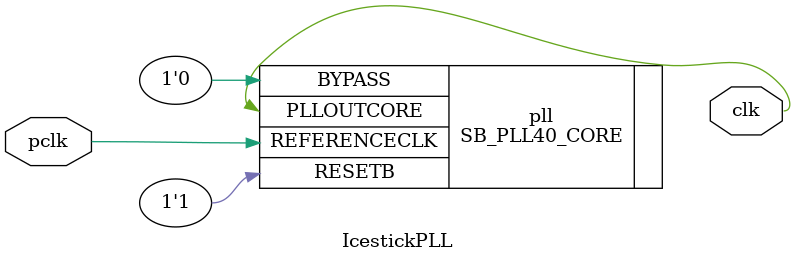
<source format=v>
module IcestickPLL #(
        parameter freq = 40
) (
        input wire pclk,
        output wire clk
);

SB_PLL40_CORE pll (
        .REFERENCECLK(pclk),
        .PLLOUTCORE(clk),
        .RESETB(1'b1),
        .BYPASS(1'b0)
);
defparam pll.FEEDBACK_PATH="SIMPLE";
defparam pll.PLLOUT_SELECT="GENCLK";
generate
        case(freq)
                16: begin
                        defparam pll.DIVR = 4'b0000;
                        defparam pll.DIVF = 7'b1010100;
                        defparam pll.DIVQ = 3'b110;
                        defparam pll.FILTER_RANGE = 3'b001;
                end
                20: begin
                        defparam pll.DIVR = 4'b0000;
                        defparam pll.DIVF = 7'b0110100;
                        defparam pll.DIVQ = 3'b101;
                        defparam pll.FILTER_RANGE = 3'b001;
                end
                24: begin
                        defparam pll.DIVR = 4'b0000;
                        defparam pll.DIVF = 7'b0111111;
                        defparam pll.DIVQ = 3'b101;
                        defparam pll.FILTER_RANGE = 3'b001;
                end
                25: begin
                        defparam pll.DIVR = 4'b0000;
                        defparam pll.DIVF = 7'b1000010;
                        defparam pll.DIVQ = 3'b101;
                        defparam pll.FILTER_RANGE = 3'b001;
                end
                30: begin
                        defparam pll.DIVR = 4'b0000;
                        defparam pll.DIVF = 7'b1001111;
                        defparam pll.DIVQ = 3'b101;
                        defparam pll.FILTER_RANGE = 3'b001;
                end
                35: begin
                        defparam pll.DIVR = 4'b0000;
                        defparam pll.DIVF = 7'b0101110;
                        defparam pll.DIVQ = 3'b100;
                        defparam pll.FILTER_RANGE = 3'b001;
                end
                40: begin
                        defparam pll.DIVR = 4'b0000;
                        defparam pll.DIVF = 7'b0110100;
                        defparam pll.DIVQ = 3'b100;
                        defparam pll.FILTER_RANGE = 3'b001;
                end
                45: begin
                        defparam pll.DIVR = 4'b0000;
                        defparam pll.DIVF = 7'b0111011;
                        defparam pll.DIVQ = 3'b100;
                        defparam pll.FILTER_RANGE = 3'b001;
                end
                48: begin
                        defparam pll.DIVR = 4'b0000;
                        defparam pll.DIVF = 7'b0111111;
                        defparam pll.DIVQ = 3'b100;
                        defparam pll.FILTER_RANGE = 3'b001;
                end
                50: begin
                        defparam pll.DIVR = 4'b0000;
                        defparam pll.DIVF = 7'b1000010;
                        defparam pll.DIVQ = 3'b100;
                        defparam pll.FILTER_RANGE = 3'b001;
                end
                55: begin
                        defparam pll.DIVR = 4'b0000;
                        defparam pll.DIVF = 7'b1001000;
                        defparam pll.DIVQ = 3'b100;
                        defparam pll.FILTER_RANGE = 3'b001;
                end
                60: begin
                        defparam pll.DIVR = 4'b0000;
                        defparam pll.DIVF = 7'b1001111;
                        defparam pll.DIVQ = 3'b100;
                        defparam pll.FILTER_RANGE = 3'b001;
                end
                65: begin
                        defparam pll.DIVR = 4'b0000;
                        defparam pll.DIVF = 7'b1010110;
                        defparam pll.DIVQ = 3'b100;
                        defparam pll.FILTER_RANGE = 3'b001;
                end
                66: begin
                        defparam pll.DIVR = 4'b0000;
                        defparam pll.DIVF = 7'b1010111;
                        defparam pll.DIVQ = 3'b100;
                        defparam pll.FILTER_RANGE = 3'b001;
                end
                70: begin
                        defparam pll.DIVR = 4'b0000;
                        defparam pll.DIVF = 7'b0101110;
                        defparam pll.DIVQ = 3'b011;
                        defparam pll.FILTER_RANGE = 3'b001;
                end
                75: begin
                        defparam pll.DIVR = 4'b0000;
                        defparam pll.DIVF = 7'b0110001;
                        defparam pll.DIVQ = 3'b011;
                        defparam pll.FILTER_RANGE = 3'b001;
                end
                80: begin
                        defparam pll.DIVR = 4'b0000;
                        defparam pll.DIVF = 7'b0110100;
                        defparam pll.DIVQ = 3'b011;
                        defparam pll.FILTER_RANGE = 3'b001;
                end
                85: begin
                        defparam pll.DIVR = 4'b0000;
                        defparam pll.DIVF = 7'b0111000;
                        defparam pll.DIVQ = 3'b011;
                        defparam pll.FILTER_RANGE = 3'b001;
                end
                90: begin
                        defparam pll.DIVR = 4'b0000;
                        defparam pll.DIVF = 7'b0111011;
                        defparam pll.DIVQ = 3'b011;
                        defparam pll.FILTER_RANGE = 3'b001;
                end
                95: begin
                        defparam pll.DIVR = 4'b0000;
                        defparam pll.DIVF = 7'b0111110;
                        defparam pll.DIVQ = 3'b011;
                        defparam pll.FILTER_RANGE = 3'b001;
                end
                100: begin
                        defparam pll.DIVR = 4'b0000;
                        defparam pll.DIVF = 7'b1000010;
                        defparam pll.DIVQ = 3'b011;
                        defparam pll.FILTER_RANGE = 3'b001;
                end
                105: begin
                        defparam pll.DIVR = 4'b0000;
                        defparam pll.DIVF = 7'b1000101;
                        defparam pll.DIVQ = 3'b011;
                        defparam pll.FILTER_RANGE = 3'b001;
                end
                110: begin
                        defparam pll.DIVR = 4'b0000;
                        defparam pll.DIVF = 7'b1001000;
                        defparam pll.DIVQ = 3'b011;
                        defparam pll.FILTER_RANGE = 3'b001;
                end
                115: begin
                        defparam pll.DIVR = 4'b0000;
                        defparam pll.DIVF = 7'b1001100;
                        defparam pll.DIVQ = 3'b011;
                        defparam pll.FILTER_RANGE = 3'b001;
                end
                120: begin
                        defparam pll.DIVR = 4'b0000;
                        defparam pll.DIVF = 7'b1001111;
                        defparam pll.DIVQ = 3'b011;
                        defparam pll.FILTER_RANGE = 3'b001;
                end
                125: begin
                        defparam pll.DIVR = 4'b0000;
                        defparam pll.DIVF = 7'b1010010;
                        defparam pll.DIVQ = 3'b011;
                        defparam pll.FILTER_RANGE = 3'b001;
                end
                130: begin
                        defparam pll.DIVR = 4'b0000;
                        defparam pll.DIVF = 7'b1010110;
                        defparam pll.DIVQ = 3'b011;
                        defparam pll.FILTER_RANGE = 3'b001;
                end
                135: begin
                        defparam pll.DIVR = 4'b0000;
                        defparam pll.DIVF = 7'b0101100;
                        defparam pll.DIVQ = 3'b010;
                        defparam pll.FILTER_RANGE = 3'b001;
                end
                140: begin
                        defparam pll.DIVR = 4'b0000;
                        defparam pll.DIVF = 7'b0101110;
                        defparam pll.DIVQ = 3'b010;
                        defparam pll.FILTER_RANGE = 3'b001;
                end
                150: begin
                        defparam pll.DIVR = 4'b0000;
                        defparam pll.DIVF = 7'b0110001;
                        defparam pll.DIVQ = 3'b010;
                        defparam pll.FILTER_RANGE = 3'b001;
                end
                160: begin
                        defparam pll.DIVR = 4'b0000;
                        defparam pll.DIVF = 7'b0110100;
                        defparam pll.DIVQ = 3'b010;
                        defparam pll.FILTER_RANGE = 3'b001;
                end
                170: begin
                        defparam pll.DIVR = 4'b0000;
                        defparam pll.DIVF = 7'b0111000;
                        defparam pll.DIVQ = 3'b010;
                        defparam pll.FILTER_RANGE = 3'b001;
                end
                180: begin
                        defparam pll.DIVR = 4'b0000;
                        defparam pll.DIVF = 7'b0111011;
                        defparam pll.DIVQ = 3'b010;
                        defparam pll.FILTER_RANGE = 3'b001;
                end
                190: begin
                        defparam pll.DIVR = 4'b0000;
                        defparam pll.DIVF = 7'b0111110;
                        defparam pll.DIVQ = 3'b010;
                        defparam pll.FILTER_RANGE = 3'b001;
                end
                200: begin
                        defparam pll.DIVR = 4'b0000;
                        defparam pll.DIVF = 7'b1000010;
                        defparam pll.DIVQ = 3'b010;
                        defparam pll.FILTER_RANGE = 3'b001;
                end
                default: UNKNOWN_FREQUENCY unknown_frequency();
        endcase
endgenerate   

endmodule  

</source>
